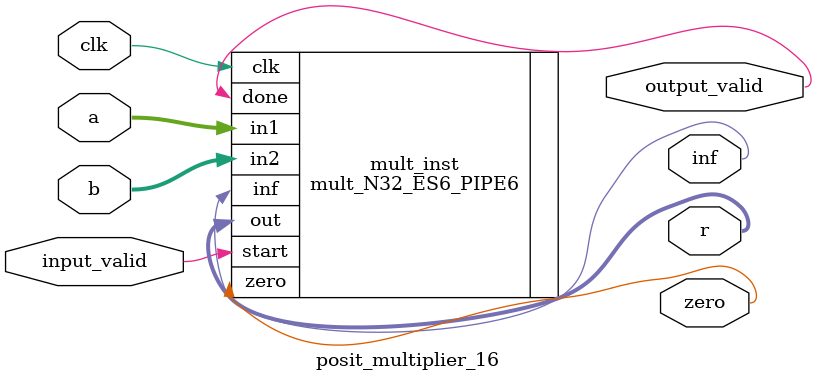
<source format=sv>
module posit_multiplier_16(
        clk,
        a,
        b,
        input_valid,
        r,
        output_valid,
        inf,
        zero
    );
    parameter N=16; // Num bits (posit)
    parameter es=1; // Exponent size

    input  wire clk;
    input  wire [N-1:0] a; 
    input  wire [N-1:0] b; 
    input  wire input_valid;
    output wire [N-1:0] r;
    output wire output_valid;
    output wire inf; 
    output wire zero;

    mult_N32_ES6_PIPE6 #(.N(N),.es(es)) mult_inst(
        .clk(clk), 
        .in1(a), 
        .in2(b), 
        .start(input_valid), 
        .out(r), 
        .inf(inf), 
        .zero(zero), 
        .done(output_valid)
    ); 
endmodule 
</source>
